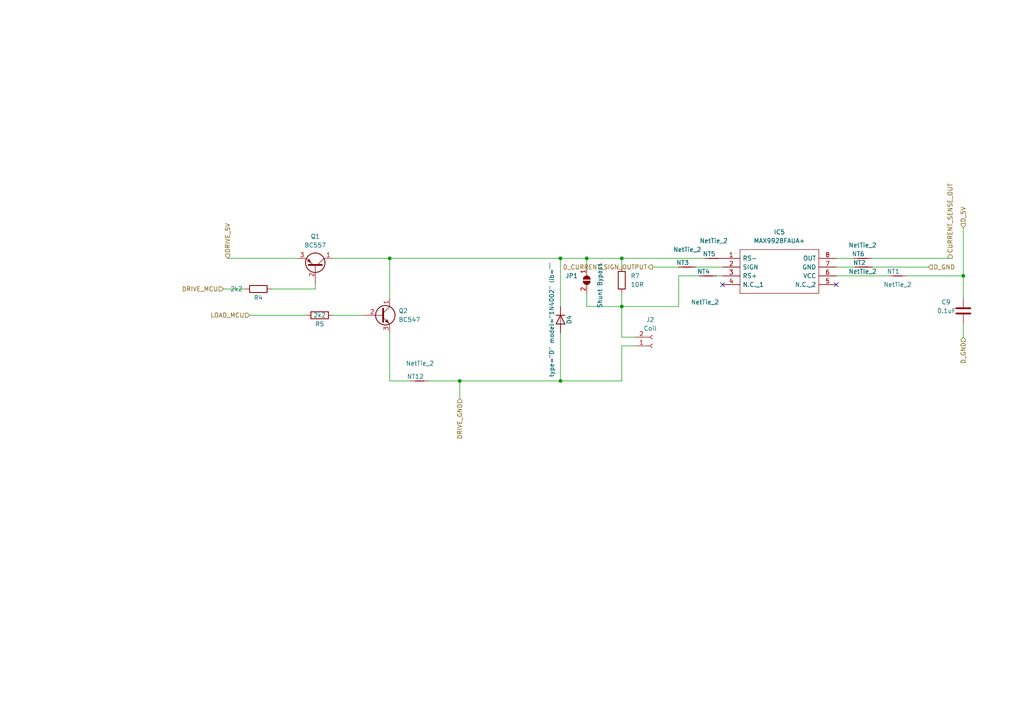
<source format=kicad_sch>
(kicad_sch (version 20211123) (generator eeschema)
  (paper "A4")
  (lib_symbols
    (symbol "Connector:Conn_01x02_Female" (pin_names (offset 1.016) hide)
      (property "Reference" "J" (at 0 2.54 0))
      (property "Value" "Conn_01x02_Female" (at 0 -5.08 0))
      (symbol "Conn_01x02_Female_1_1"
        (arc (start 0 -2.032) (mid -0.508 -2.54) (end 0 -3.048) (stroke (width 0.1524)))
        (polyline (pts (xy -1.27 -2.54) (xy -0.508 -2.54)) (stroke (width 0.1524)))
        (polyline (pts (xy -1.27 0) (xy -0.508 0)) (stroke (width 0.1524)))
        (arc (start 0 0.508) (mid -0.508 0) (end 0 -0.508) (stroke (width 0.1524)))
        (pin passive line (at -5.08 0 0) (length 3.81) (name "Pin_1") (number "1"))
        (pin passive line (at -5.08 -2.54 0) (length 3.81) (name "Pin_2") (number "2"))
      )
    )
    (symbol "Device:C" (pin_numbers hide) (pin_names (offset 0.254))
      (property "Reference" "C" (at 0.635 2.54 0))
      (property "Value" "C" (at 0.635 -2.54 0))
      (symbol "C_0_1"
        (polyline (pts (xy -2.032 -0.762) (xy 2.032 -0.762)) (stroke (width 0.508)))
        (polyline (pts (xy -2.032 0.762) (xy 2.032 0.762)) (stroke (width 0.508)))
      )
      (symbol "C_1_1"
        (pin passive line (at 0 3.81 270) (length 2.794) (name "~") (number "1"))
        (pin passive line (at 0 -3.81 90) (length 2.794) (name "~") (number "2"))
      )
    )
    (symbol "Device:NetTie_2" (pin_numbers hide) (pin_names (offset 0) hide)
      (property "Reference" "NT" (at 0 1.27 0))
      (property "Value" "NetTie_2" (at 0 -1.27 0))
      (symbol "NetTie_2_0_1"
        (polyline (pts (xy -1.27 0) (xy 1.27 0)) (stroke (width 0.254)))
      )
      (symbol "NetTie_2_1_1"
        (pin passive line (at -2.54 0 0) (length 2.54) (name "1") (number "1"))
        (pin passive line (at 2.54 0 180) (length 2.54) (name "2") (number "2"))
      )
    )
    (symbol "Device:R" (pin_numbers hide) (pin_names (offset 0))
      (property "Reference" "R" (at 2.032 0 90))
      (property "Value" "R" (at 0 0 90))
      (symbol "R_0_1"
        (rectangle (start -1.016 -2.54) (end 1.016 2.54) (stroke (width 0.254)))
      )
      (symbol "R_1_1"
        (pin passive line (at 0 3.81 270) (length 1.27) (name "~") (number "1"))
        (pin passive line (at 0 -3.81 90) (length 1.27) (name "~") (number "2"))
      )
    )
    (symbol "Jumper:SolderJumper_2_Open" (pin_names (offset 0) hide)
      (property "Reference" "JP" (at 0 2.032 0))
      (property "Value" "SolderJumper_2_Open" (at 0 -2.54 0))
      (symbol "SolderJumper_2_Open_0_1"
        (arc (start -0.254 1.016) (mid -1.27 0) (end -0.254 -1.016))
        (arc (start -0.254 1.016) (mid -1.27 0) (end -0.254 -1.016) (fill (type outline)))
        (polyline (pts (xy -0.254 1.016) (xy -0.254 -1.016)))
        (polyline (pts (xy 0.254 1.016) (xy 0.254 -1.016)))
        (arc (start 0.254 -1.016) (mid 1.27 0) (end 0.254 1.016))
        (arc (start 0.254 -1.016) (mid 1.27 0) (end 0.254 1.016) (fill (type outline)))
      )
      (symbol "SolderJumper_2_Open_1_1"
        (pin passive line (at -3.81 0 0) (length 2.54) (name "A") (number "1"))
        (pin passive line (at 3.81 0 180) (length 2.54) (name "B") (number "2"))
      )
    )
    (symbol "MAX9928FAUA+:MAX9928FAUA+" (pin_names (offset 0.762))
      (property "Reference" "IC" (at 29.21 7.62 0))
      (property "Value" "MAX9928FAUA+" (at 29.21 5.08 0))
      (symbol "MAX9928FAUA+_0_0"
        (pin passive line (at 0 0 0) (length 5.08) (name "RS-") (number "1"))
        (pin passive line (at 0 -2.54 0) (length 5.08) (name "SIGN") (number "2"))
        (pin passive line (at 0 -5.08 0) (length 5.08) (name "RS+") (number "3"))
        (pin passive line (at 0 -7.62 0) (length 5.08) (name "N.C._1") (number "4"))
        (pin passive line (at 33.02 -7.62 180) (length 5.08) (name "N.C._2") (number "5"))
        (pin passive line (at 33.02 -5.08 180) (length 5.08) (name "VCC") (number "6"))
        (pin passive line (at 33.02 -2.54 180) (length 5.08) (name "GND") (number "7"))
        (pin passive line (at 33.02 0 180) (length 5.08) (name "OUT") (number "8"))
      )
      (symbol "MAX9928FAUA+_0_1"
        (polyline (pts (xy 5.08 2.54) (xy 27.94 2.54) (xy 27.94 -10.16) (xy 5.08 -10.16) (xy 5.08 2.54)) (stroke (width 0.1524)))
      )
    )
    (symbol "Simulation_SPICE:DIODE" (pin_numbers hide) (pin_names (offset 1.016) hide)
      (property "Reference" "D" (at 0 2.54 0))
      (property "Value" "DIODE" (at 0 -2.54 0))
      (symbol "DIODE_0_1"
        (polyline (pts (xy 1.27 0) (xy -1.27 0)))
        (polyline (pts (xy 1.27 1.27) (xy 1.27 -1.27)) (stroke (width 0.254)))
        (polyline (pts (xy -1.27 -1.27) (xy -1.27 1.27) (xy 1.27 0) (xy -1.27 -1.27)) (stroke (width 0.254)))
      )
      (symbol "DIODE_1_1"
        (pin passive line (at -3.81 0 0) (length 2.54) (name "A") (number "1"))
        (pin passive line (at 3.81 0 180) (length 2.54) (name "K") (number "2"))
      )
    )
    (symbol "Transistor_BJT:BC547" (pin_names (offset 0) hide)
      (property "Reference" "Q" (at 5.08 1.905 0))
      (property "Value" "BC547" (at 5.08 0 0))
      (symbol "BC547_0_1"
        (polyline (pts (xy 0 0) (xy 0.635 0)))
        (polyline (pts (xy 0.635 0.635) (xy 2.54 2.54)))
        (polyline (pts (xy 0.635 -0.635) (xy 2.54 -2.54) (xy 2.54 -2.54)))
        (polyline (pts (xy 0.635 1.905) (xy 0.635 -1.905) (xy 0.635 -1.905)) (stroke (width 0.508)))
        (polyline (pts (xy 1.27 -1.778) (xy 1.778 -1.27) (xy 2.286 -2.286) (xy 1.27 -1.778) (xy 1.27 -1.778)) (fill (type outline)))
        (circle (center 1.27 0) (radius 2.8194) (stroke (width 0.254)))
      )
      (symbol "BC547_1_1"
        (pin passive line (at 2.54 5.08 270) (length 2.54) (name "C") (number "1"))
        (pin input line (at -5.08 0 0) (length 5.08) (name "B") (number "2"))
        (pin passive line (at 2.54 -5.08 90) (length 2.54) (name "E") (number "3"))
      )
    )
    (symbol "Transistor_BJT:BC557" (pin_names (offset 0) hide)
      (property "Reference" "Q" (at 5.08 1.905 0))
      (property "Value" "BC557" (at 5.08 0 0))
      (symbol "BC557_0_1"
        (polyline (pts (xy 0.635 0.635) (xy 2.54 2.54)))
        (polyline (pts (xy 0.635 -0.635) (xy 2.54 -2.54) (xy 2.54 -2.54)))
        (polyline (pts (xy 0.635 1.905) (xy 0.635 -1.905) (xy 0.635 -1.905)) (stroke (width 0.508)))
        (polyline (pts (xy 2.286 -1.778) (xy 1.778 -2.286) (xy 1.27 -1.27) (xy 2.286 -1.778) (xy 2.286 -1.778)) (fill (type outline)))
        (circle (center 1.27 0) (radius 2.8194) (stroke (width 0.254)))
      )
      (symbol "BC557_1_1"
        (pin passive line (at 2.54 5.08 270) (length 2.54) (name "C") (number "1"))
        (pin input line (at -5.08 0 0) (length 5.715) (name "B") (number "2"))
        (pin passive line (at 2.54 -5.08 90) (length 2.54) (name "E") (number "3"))
      )
    )
  )
  (junction (at 113.03 74.93))
  (junction (at 162.56 110.49))
  (junction (at 180.34 88.9))
  (junction (at 133.35 110.49))
  (junction (at 162.56 74.93))
  (junction (at 180.34 74.93))
  (junction (at 279.4 80.01))
  (junction (at 170.18 74.93))
  (no_connect (at 242.57 82.55))
  (no_connect (at 209.55 82.55))
  (wire (pts (xy 242.57 77.47) (xy 247.9968 77.47)))
  (wire (pts (xy 180.34 88.9) (xy 170.18 88.9)))
  (wire (pts (xy 253.0768 77.47) (xy 269.24 77.47)))
  (wire (pts (xy 91.44 83.82) (xy 91.44 82.55)))
  (wire (pts (xy 113.03 96.52) (xy 113.03 110.49)))
  (wire (pts (xy 209.4931 74.93) (xy 209.55 74.93)))
  (wire (pts (xy 242.57 80.01) (xy 257.81 80.01)))
  (wire (pts (xy 262.89 80.01) (xy 279.4 80.01)))
  (wire (pts (xy 279.4 66.04) (xy 279.4 80.01)))
  (wire (pts (xy 162.56 110.49) (xy 180.34 110.49)))
  (wire (pts (xy 180.34 85.09) (xy 180.34 88.9)))
  (wire (pts (xy 170.18 74.93) (xy 180.34 74.93)))
  (wire (pts (xy 162.56 110.49) (xy 133.35 110.49)))
  (wire (pts (xy 180.34 100.33) (xy 180.34 110.49)))
  (wire (pts (xy 279.4 80.01) (xy 279.4 86.36)))
  (wire (pts (xy 170.18 74.93) (xy 170.18 77.47)))
  (wire (pts (xy 78.74 83.82) (xy 91.44 83.82)))
  (wire (pts (xy 180.34 100.33) (xy 184.15 100.33)))
  (wire (pts (xy 180.34 97.79) (xy 184.15 97.79)))
  (wire (pts (xy 64.77 83.82) (xy 71.12 83.82)))
  (wire (pts (xy 247.6585 74.93) (xy 242.57 74.93)))
  (wire (pts (xy 66.04 74.93) (xy 86.36 74.93)))
  (wire (pts (xy 162.56 96.52) (xy 162.56 110.49)))
  (wire (pts (xy 72.39 91.44) (xy 88.9 91.44)))
  (wire (pts (xy 113.03 74.93) (xy 113.03 86.36)))
  (wire (pts (xy 180.34 74.93) (xy 204.4131 74.93)))
  (wire (pts (xy 180.34 74.93) (xy 180.34 77.47)))
  (wire (pts (xy 209.55 80.01) (xy 207.8689 80.01)))
  (wire (pts (xy 279.4 97.79) (xy 279.4 93.98)))
  (wire (pts (xy 119.2062 110.49) (xy 113.03 110.49)))
  (wire (pts (xy 196.85 80.01) (xy 196.85 88.9)))
  (wire (pts (xy 201.8147 77.47) (xy 209.55 77.47)))
  (wire (pts (xy 162.56 74.93) (xy 162.56 88.9)))
  (wire (pts (xy 180.34 88.9) (xy 196.85 88.9)))
  (wire (pts (xy 133.35 110.49) (xy 133.35 115.57)))
  (wire (pts (xy 202.7889 80.01) (xy 196.85 80.01)))
  (wire (pts (xy 96.52 74.93) (xy 113.03 74.93)))
  (wire (pts (xy 113.03 74.93) (xy 162.56 74.93)))
  (wire (pts (xy 170.18 85.09) (xy 170.18 88.9)))
  (wire (pts (xy 180.34 97.79) (xy 180.34 88.9)))
  (wire (pts (xy 162.56 74.93) (xy 170.18 74.93)))
  (wire (pts (xy 96.52 91.44) (xy 105.41 91.44)))
  (wire (pts (xy 275.59 74.93) (xy 252.7385 74.93)))
  (wire (pts (xy 189.23 77.47) (xy 196.7347 77.47)))
  (wire (pts (xy 133.35 110.49) (xy 124.2862 110.49)))
  (hierarchical_label "D_GND" (shape input) (at 269.24 77.47 0))
  (hierarchical_label "LOAD_MCU" (shape input) (at 72.39 91.44 180))
  (hierarchical_label "D_5V" (shape input) (at 279.4 66.04 90))
  (hierarchical_label "D_GND" (shape input) (at 279.4 97.79 270))
  (hierarchical_label "DRIVE_MCU" (shape input) (at 64.77 83.82 180))
  (hierarchical_label "D_CURRENT_SIGN_OUTPUT" (shape output) (at 189.23 77.47 180))
  (hierarchical_label "DRIVE_5V" (shape input) (at 66.04 74.93 90))
  (hierarchical_label "CURRENT_SENSE_OUT" (shape output) (at 275.59 74.93 90))
  (hierarchical_label "DRIVE_GND" (shape input) (at 133.35 115.57 270))
  (symbol (lib_id "Device:NetTie_2") (at 121.7462 110.49 0) (unit 1)
    (property "Reference" "NT12" (at 120.4762 109.22 0))
    (property "Value" "NetTie_2" (at 121.8031 105.41 0))
    (property "Footprint" "NetTie:NetTie-2_SMD_Pad0.5mm" (effects hide))
  )
  (symbol (lib_id "Device:R") (at 92.71 91.44 270) (unit 1)
    (property "Reference" "R5" (at 92.71 93.98 90))
    (property "Value" "2k2" (at 92.71 91.44 90))
    (property "Footprint" "Resistor_SMD:R_0805_2012Metric_Pad1.20x1.40mm_HandSolder" (effects hide))
  )
  (symbol (lib_id "Device:NetTie_2") (at 260.35 80.01 0) (unit 1)
    (property "Reference" "NT1" (at 259.08 78.74 0))
    (property "Value" "NetTie_2" (at 260.35 82.55 0))
    (property "Footprint" "NetTie:NetTie-2_SMD_Pad0.5mm" (effects hide))
  )
  (symbol (lib_id "Device:R") (at 180.34 81.28 0) (mirror y) (unit 1)
    (property "Reference" "R7" (at 182.88 80.0099 0) (effects (justify right)))
    (property "Value" "10R" (at 182.88 82.5499 0) (effects (justify right)))
    (property "Footprint" "Resistor_SMD:R_0805_2012Metric_Pad1.20x1.40mm_HandSolder" (effects hide))
  )
  (symbol (lib_id "Device:NetTie_2") (at 206.9531 74.93 0) (unit 1)
    (property "Reference" "NT5" (at 205.6831 73.66 0))
    (property "Value" "NetTie_2" (at 207.01 69.85 0))
    (property "Footprint" "NetTie:NetTie-2_SMD_Pad0.5mm" (effects hide))
  )
  (symbol (lib_id "Jumper:SolderJumper_2_Open") (at 170.18 81.28 90) (mirror x) (unit 1)
    (property "Reference" "JP1" (at 167.64 80.0099 90) (effects (justify left)))
    (property "Value" "Shunt Bypass" (at 173.99 76.2 0) (effects (justify left)))
    (property "Footprint" "Jumper:SolderJumper-2_P1.3mm_Open_Pad1.0x1.5mm" (effects hide))
  )
  (symbol (lib_id "Connector:Conn_01x02_Female") (at 189.23 100.33 0) (mirror x) (unit 1)
    (property "Reference" "J2" (at 188.595 92.71 0))
    (property "Value" "Coil" (at 188.595 95.25 0))
    (property "Footprint" "TerminalBlock_TE-Connectivity:TerminalBlock_TE_282834-2_1x02_P2.54mm_Horizontal" (effects hide))
  )
  (symbol (lib_id "Simulation_SPICE:DIODE") (at 162.56 92.71 90) (unit 1)
    (property "Reference" "D4" (at 165.1 92.71 0))
    (property "Value" "1N4002" (at 160.02 92.71 0))
    (property "Footprint" "Diode_SMD:D_0603_1608Metric_Pad1.05x0.95mm_HandSolder" (effects hide))
    (property "Spice_Netlist_Enabled" "Y" (effects hide))
    (property "Spice_Primitive" "D" (effects hide))
  )
  (symbol (lib_id "Device:R") (at 74.93 83.82 270) (unit 1)
    (property "Reference" "R4" (at 74.93 86.36 90))
    (property "Value" "2k2" (at 68.58 83.82 90))
    (property "Footprint" "Resistor_SMD:R_0805_2012Metric_Pad1.20x1.40mm_HandSolder" (effects hide))
  )
  (symbol (lib_id "Device:NetTie_2") (at 250.5368 77.47 0) (unit 1)
    (property "Reference" "NT2" (at 249.2668 76.2 0))
    (property "Value" "NetTie_2" (at 250.19 78.74 0))
    (property "Footprint" "NetTie:NetTie-2_SMD_Pad0.5mm" (effects hide))
  )
  (symbol (lib_id "MAX9928FAUA+:MAX9928FAUA+") (at 209.55 74.93 0) (unit 1)
    (property "Reference" "IC5" (at 226.06 67.31 0))
    (property "Value" "MAX9928FAUA+" (at 226.06 69.85 0))
    (property "Footprint" "Sensor_Current:SOP65P490X110-8N" (effects hide))
    (property "Datasheet" "https://datasheet.datasheetarchive.com/originals/dk/DKDS-7/138374.pdf" (effects hide))
    (property "Description" "Maxim MAX9928FAUA+, Current Sensing Amplifier Single Bidirectional, Unidirectional 8-Pin uMAX" (effects hide))
    (property "Height" "1.1" (effects hide))
    (property "Manufacturer_Name" "Maxim Integrated" (effects hide))
    (property "Manufacturer_Part_Number" "MAX9928FAUA+" (effects hide))
    (property "Mouser Part Number" "700-MAX9928FAUA" (effects hide))
    (property "Mouser Price/Stock" "https://www.mouser.co.uk/ProductDetail/Maxim-Integrated/MAX9928FAUA%2b?qs=1eQvB6Dk1vjuLd8AJ8%252BsIw%3D%3D" (effects hide))
  )
  (symbol (lib_id "Transistor_BJT:BC557") (at 91.44 77.47 270) (mirror x) (unit 1)
    (property "Reference" "Q1" (at 91.44 68.58 90))
    (property "Value" "BC557" (at 91.44 71.12 90))
    (property "Footprint" "Package_TO_SOT_SMD:SOT-523" (effects hide))
    (property "Datasheet" "https://www.onsemi.com/pub/Collateral/BC556BTA-D.pdf" (effects hide))
  )
  (symbol (lib_id "Device:NetTie_2") (at 205.3289 80.01 0) (unit 1)
    (property "Reference" "NT4" (at 204.0589 78.74 0))
    (property "Value" "NetTie_2" (at 204.47 87.63 0))
    (property "Footprint" "NetTie:NetTie-2_SMD_Pad0.5mm" (effects hide))
  )
  (symbol (lib_id "Device:NetTie_2") (at 250.1985 74.93 0) (unit 1)
    (property "Reference" "NT6" (at 248.9285 73.66 0))
    (property "Value" "NetTie_2" (at 250.19 71.12 0))
    (property "Footprint" "NetTie:NetTie-2_SMD_Pad0.5mm" (effects hide))
  )
  (symbol (lib_id "Device:C") (at 279.4 90.17 0) (unit 1)
    (property "Reference" "C9" (at 273.05 87.63 0) (effects (justify left)))
    (property "Value" "0.1uF" (at 271.78 90.17 0) (effects (justify left)))
    (property "Footprint" "Capacitor_SMD:C_0805_2012Metric_Pad1.18x1.45mm_HandSolder" (effects hide))
  )
  (symbol (lib_id "Transistor_BJT:BC547") (at 110.49 91.44 0) (unit 1)
    (property "Reference" "Q2" (at 115.57 90.1699 0) (effects (justify left)))
    (property "Value" "BC547" (at 115.57 92.7099 0) (effects (justify left)))
    (property "Footprint" "Package_TO_SOT_SMD:SOT-523" (effects hide))
    (property "Datasheet" "https://www.onsemi.com/pub/Collateral/BC550-D.pdf" (effects hide))
  )
  (symbol (lib_id "Device:NetTie_2") (at 199.2747 77.47 0) (unit 1)
    (property "Reference" "NT3" (at 198.0047 76.2 0))
    (property "Value" "NetTie_2" (at 199.3316 72.39 0))
    (property "Footprint" "NetTie:NetTie-2_SMD_Pad0.5mm" (effects hide))
  )
)
</source>
